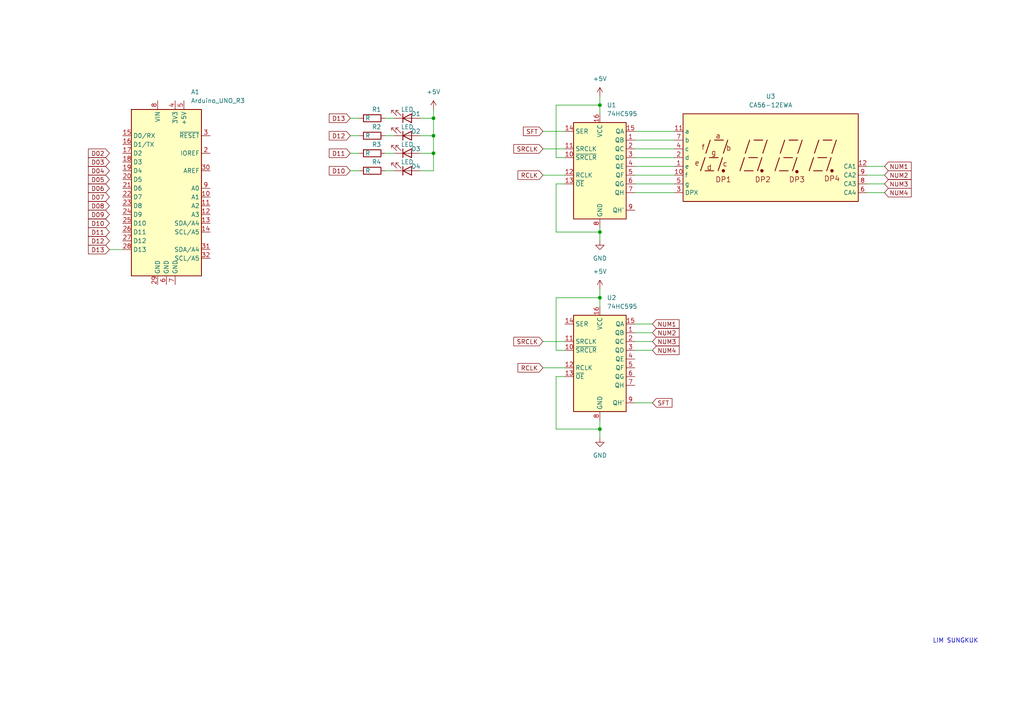
<source format=kicad_sch>
(kicad_sch (version 20211123) (generator eeschema)
  (paper "A4")
  (lib_symbols
    (symbol "74xx:74HC595"
      (property "Reference" "U" (at -7.62 13.97 0))
      (property "Value" "74HC595" (at -7.62 -16.51 0))
      (symbol "74HC595_1_0"
        (pin tri_state line (at 10.16 7.62 180) (length 2.54) (name "QB") (number "1"))
        (pin input line (at -10.16 2.54 0) (length 2.54) (name "~{SRCLR}") (number "10"))
        (pin input line (at -10.16 5.08 0) (length 2.54) (name "SRCLK") (number "11"))
        (pin input line (at -10.16 -2.54 0) (length 2.54) (name "RCLK") (number "12"))
        (pin input line (at -10.16 -5.08 0) (length 2.54) (name "~{OE}") (number "13"))
        (pin input line (at -10.16 10.16 0) (length 2.54) (name "SER") (number "14"))
        (pin tri_state line (at 10.16 10.16 180) (length 2.54) (name "QA") (number "15"))
        (pin power_in line (at 0 15.24 270) (length 2.54) (name "VCC") (number "16"))
        (pin tri_state line (at 10.16 5.08 180) (length 2.54) (name "QC") (number "2"))
        (pin tri_state line (at 10.16 2.54 180) (length 2.54) (name "QD") (number "3"))
        (pin tri_state line (at 10.16 0 180) (length 2.54) (name "QE") (number "4"))
        (pin tri_state line (at 10.16 -2.54 180) (length 2.54) (name "QF") (number "5"))
        (pin tri_state line (at 10.16 -5.08 180) (length 2.54) (name "QG") (number "6"))
        (pin tri_state line (at 10.16 -7.62 180) (length 2.54) (name "QH") (number "7"))
        (pin power_in line (at 0 -17.78 90) (length 2.54) (name "GND") (number "8"))
        (pin output line (at 10.16 -12.7 180) (length 2.54) (name "QH'") (number "9"))
      )
      (symbol "74HC595_1_1"
        (rectangle (start -7.62 12.7) (end 7.62 -15.24) (stroke (width 0.254)) (fill (type background)))
      )
    )
    (symbol "Device:LED" (pin_numbers hide) (pin_names (offset 1.016) hide)
      (property "Reference" "D" (at 0 2.54 0))
      (property "Value" "LED" (at 0 -2.54 0))
      (symbol "LED_0_1"
        (polyline (pts (xy -1.27 -1.27) (xy -1.27 1.27)) (stroke (width 0.254)))
        (polyline (pts (xy -1.27 0) (xy 1.27 0)))
        (polyline (pts (xy 1.27 -1.27) (xy 1.27 1.27) (xy -1.27 0) (xy 1.27 -1.27)) (stroke (width 0.254)))
        (polyline (pts (xy -3.048 -0.762) (xy -4.572 -2.286) (xy -3.81 -2.286) (xy -4.572 -2.286) (xy -4.572 -1.524)))
        (polyline (pts (xy -1.778 -0.762) (xy -3.302 -2.286) (xy -2.54 -2.286) (xy -3.302 -2.286) (xy -3.302 -1.524)))
      )
      (symbol "LED_1_1"
        (pin passive line (at -3.81 0 0) (length 2.54) (name "K") (number "1"))
        (pin passive line (at 3.81 0 180) (length 2.54) (name "A") (number "2"))
      )
    )
    (symbol "Device:R" (pin_numbers hide) (pin_names (offset 0))
      (property "Reference" "R" (at 2.032 0 90))
      (property "Value" "R" (at 0 0 90))
      (symbol "R_0_1"
        (rectangle (start -1.016 -2.54) (end 1.016 2.54) (stroke (width 0.254)))
      )
      (symbol "R_1_1"
        (pin passive line (at 0 3.81 270) (length 1.27) (name "~") (number "1"))
        (pin passive line (at 0 -3.81 90) (length 1.27) (name "~") (number "2"))
      )
    )
    (symbol "Display_Character:CA56-12EWA"
      (property "Reference" "U" (at -24.13 13.97 0))
      (property "Value" "CA56-12EWA" (at 19.05 13.97 0))
      (symbol "CA56-12EWA_0_0"
        (rectangle (start -25.4 12.7) (end 25.4 -12.7) (stroke (width 0.254)) (fill (type background)))
        (polyline (pts (xy -20.32 -3.81) (xy -19.05 0)) (stroke (width 0.254)))
        (polyline (pts (xy -19.05 -3.81) (xy -16.51 -3.81)) (stroke (width 0.254)))
        (polyline (pts (xy -18.796 1.27) (xy -17.526 5.08)) (stroke (width 0.254)))
        (polyline (pts (xy -17.78 0) (xy -15.24 0)) (stroke (width 0.254)))
        (polyline (pts (xy -16.256 5.08) (xy -13.716 5.08)) (stroke (width 0.254)))
        (polyline (pts (xy -15.24 -3.81) (xy -13.97 0)) (stroke (width 0.254)))
        (polyline (pts (xy -13.716 1.27) (xy -12.446 5.08)) (stroke (width 0.254)))
        (polyline (pts (xy -8.89 -3.81) (xy -7.62 0)) (stroke (width 0.254)))
        (polyline (pts (xy -7.62 -3.81) (xy -5.08 -3.81)) (stroke (width 0.254)))
        (polyline (pts (xy -7.366 1.27) (xy -6.096 5.08)) (stroke (width 0.254)))
        (polyline (pts (xy -6.35 0) (xy -3.81 0)) (stroke (width 0.254)))
        (polyline (pts (xy -4.826 5.08) (xy -2.286 5.08)) (stroke (width 0.254)))
        (polyline (pts (xy -3.81 -3.81) (xy -2.54 0)) (stroke (width 0.254)))
        (polyline (pts (xy -2.286 1.27) (xy -1.016 5.08)) (stroke (width 0.254)))
        (polyline (pts (xy 1.27 -3.81) (xy 2.54 0)) (stroke (width 0.254)))
        (polyline (pts (xy 2.54 -3.81) (xy 5.08 -3.81)) (stroke (width 0.254)))
        (polyline (pts (xy 2.794 1.27) (xy 4.064 5.08)) (stroke (width 0.254)))
        (polyline (pts (xy 3.81 0) (xy 6.35 0)) (stroke (width 0.254)))
        (polyline (pts (xy 5.334 5.08) (xy 7.874 5.08)) (stroke (width 0.254)))
        (polyline (pts (xy 6.35 -3.81) (xy 7.62 0)) (stroke (width 0.254)))
        (polyline (pts (xy 7.874 1.27) (xy 9.144 5.08)) (stroke (width 0.254)))
        (polyline (pts (xy 11.176 -3.81) (xy 12.446 0)) (stroke (width 0.254)))
        (polyline (pts (xy 12.446 -3.81) (xy 14.986 -3.81)) (stroke (width 0.254)))
        (polyline (pts (xy 12.7 1.27) (xy 13.97 5.08)) (stroke (width 0.254)))
        (polyline (pts (xy 13.716 0) (xy 16.256 0)) (stroke (width 0.254)))
        (polyline (pts (xy 15.24 5.08) (xy 17.78 5.08)) (stroke (width 0.254)))
        (polyline (pts (xy 16.256 -3.81) (xy 17.526 0)) (stroke (width 0.254)))
        (polyline (pts (xy 17.78 1.27) (xy 19.05 5.08)) (stroke (width 0.254)))
        (text "a" (at -15.24 6.35 0) (effects (font (size 1.524 1.524))))
        (text "b" (at -12.192 2.794 0) (effects (font (size 1.524 1.524))))
        (text "c" (at -13.208 -1.778 0) (effects (font (size 1.524 1.524))))
        (text "d" (at -17.78 -2.794 0) (effects (font (size 1.524 1.524))))
        (text "DP1" (at -13.716 -6.35 0) (effects (font (size 1.524 1.524))))
        (text "DP2" (at -2.286 -6.35 0) (effects (font (size 1.524 1.524))))
        (text "DP3" (at 7.62 -6.35 0) (effects (font (size 1.524 1.524))))
        (text "DP4" (at 17.78 -6.096 0) (effects (font (size 1.524 1.524))))
        (text "e" (at -21.336 -1.524 0) (effects (font (size 1.524 1.524))))
        (text "f" (at -19.558 3.048 0) (effects (font (size 1.524 1.524))))
        (text "g" (at -16.51 1.524 0) (effects (font (size 1.524 1.524))))
      )
      (symbol "CA56-12EWA_0_1"
        (circle (center -13.716 -3.81) (radius 0.3556) (stroke (width 0.254)) (fill (type outline)))
        (circle (center -2.54 -3.81) (radius 0.3556) (stroke (width 0.254)) (fill (type outline)))
      )
      (symbol "CA56-12EWA_1_0"
        (circle (center 7.62 -4.064) (radius 0.3556) (stroke (width 0.254)) (fill (type outline)))
        (circle (center 17.78 -3.81) (radius 0.3556) (stroke (width 0.254)) (fill (type outline)))
      )
      (symbol "CA56-12EWA_1_1"
        (pin input line (at -27.94 -2.54 0) (length 2.54) (name "e") (number "1"))
        (pin input line (at -27.94 -5.08 0) (length 2.54) (name "f") (number "10"))
        (pin input line (at -27.94 7.62 0) (length 2.54) (name "a") (number "11"))
        (pin input line (at 27.94 -2.54 180) (length 2.54) (name "CA1") (number "12"))
        (pin input line (at -27.94 0 0) (length 2.54) (name "d") (number "2"))
        (pin input line (at -27.94 -10.16 0) (length 2.54) (name "DPX") (number "3"))
        (pin input line (at -27.94 2.54 0) (length 2.54) (name "c") (number "4"))
        (pin input line (at -27.94 -7.62 0) (length 2.54) (name "g") (number "5"))
        (pin input line (at 27.94 -10.16 180) (length 2.54) (name "CA4") (number "6"))
        (pin input line (at -27.94 5.08 0) (length 2.54) (name "b") (number "7"))
        (pin input line (at 27.94 -7.62 180) (length 2.54) (name "CA3") (number "8"))
        (pin input line (at 27.94 -5.08 180) (length 2.54) (name "CA2") (number "9"))
      )
    )
    (symbol "MCU_Module:Arduino_UNO_R3"
      (property "Reference" "A" (at -10.16 23.495 0))
      (property "Value" "Arduino_UNO_R3" (at 5.08 -26.67 0))
      (symbol "Arduino_UNO_R3_0_1"
        (rectangle (start -10.16 22.86) (end 10.16 -25.4) (stroke (width 0.254)) (fill (type background)))
      )
      (symbol "Arduino_UNO_R3_1_1"
        (pin no_connect line (at -10.16 -20.32 0) (length 2.54) hide (name "NC") (number "1"))
        (pin bidirectional line (at 12.7 -2.54 180) (length 2.54) (name "A1") (number "10"))
        (pin bidirectional line (at 12.7 -5.08 180) (length 2.54) (name "A2") (number "11"))
        (pin bidirectional line (at 12.7 -7.62 180) (length 2.54) (name "A3") (number "12"))
        (pin bidirectional line (at 12.7 -10.16 180) (length 2.54) (name "SDA/A4") (number "13"))
        (pin bidirectional line (at 12.7 -12.7 180) (length 2.54) (name "SCL/A5") (number "14"))
        (pin bidirectional line (at -12.7 15.24 0) (length 2.54) (name "D0/RX") (number "15"))
        (pin bidirectional line (at -12.7 12.7 0) (length 2.54) (name "D1/TX") (number "16"))
        (pin bidirectional line (at -12.7 10.16 0) (length 2.54) (name "D2") (number "17"))
        (pin bidirectional line (at -12.7 7.62 0) (length 2.54) (name "D3") (number "18"))
        (pin bidirectional line (at -12.7 5.08 0) (length 2.54) (name "D4") (number "19"))
        (pin output line (at 12.7 10.16 180) (length 2.54) (name "IOREF") (number "2"))
        (pin bidirectional line (at -12.7 2.54 0) (length 2.54) (name "D5") (number "20"))
        (pin bidirectional line (at -12.7 0 0) (length 2.54) (name "D6") (number "21"))
        (pin bidirectional line (at -12.7 -2.54 0) (length 2.54) (name "D7") (number "22"))
        (pin bidirectional line (at -12.7 -5.08 0) (length 2.54) (name "D8") (number "23"))
        (pin bidirectional line (at -12.7 -7.62 0) (length 2.54) (name "D9") (number "24"))
        (pin bidirectional line (at -12.7 -10.16 0) (length 2.54) (name "D10") (number "25"))
        (pin bidirectional line (at -12.7 -12.7 0) (length 2.54) (name "D11") (number "26"))
        (pin bidirectional line (at -12.7 -15.24 0) (length 2.54) (name "D12") (number "27"))
        (pin bidirectional line (at -12.7 -17.78 0) (length 2.54) (name "D13") (number "28"))
        (pin power_in line (at -2.54 -27.94 90) (length 2.54) (name "GND") (number "29"))
        (pin input line (at 12.7 15.24 180) (length 2.54) (name "~{RESET}") (number "3"))
        (pin input line (at 12.7 5.08 180) (length 2.54) (name "AREF") (number "30"))
        (pin bidirectional line (at 12.7 -17.78 180) (length 2.54) (name "SDA/A4") (number "31"))
        (pin bidirectional line (at 12.7 -20.32 180) (length 2.54) (name "SCL/A5") (number "32"))
        (pin power_out line (at 2.54 25.4 270) (length 2.54) (name "3V3") (number "4"))
        (pin power_out line (at 5.08 25.4 270) (length 2.54) (name "+5V") (number "5"))
        (pin power_in line (at 0 -27.94 90) (length 2.54) (name "GND") (number "6"))
        (pin power_in line (at 2.54 -27.94 90) (length 2.54) (name "GND") (number "7"))
        (pin power_in line (at -2.54 25.4 270) (length 2.54) (name "VIN") (number "8"))
        (pin bidirectional line (at 12.7 0 180) (length 2.54) (name "A0") (number "9"))
      )
    )
    (symbol "power:+5V" (power) (pin_names (offset 0))
      (property "Value" "+5V" (at 0 3.556 0))
      (symbol "+5V_0_1"
        (polyline (pts (xy -0.762 1.27) (xy 0 2.54)))
        (polyline (pts (xy 0 0) (xy 0 2.54)))
        (polyline (pts (xy 0 2.54) (xy 0.762 1.27)))
      )
      (symbol "+5V_1_1"
        (pin power_in line (at 0 0 90) (length 0) hide (name "+5V") (number "1"))
      )
    )
    (symbol "power:GND" (power) (pin_names (offset 0))
      (property "Value" "GND" (at 0 -3.81 0))
      (symbol "GND_0_1"
        (polyline (pts (xy 0 0) (xy 0 -1.27) (xy 1.27 -1.27) (xy 0 -2.54) (xy -1.27 -1.27) (xy 0 -1.27)))
      )
      (symbol "GND_1_1"
        (pin power_in line (at 0 0 270) (length 0) hide (name "GND") (number "1"))
      )
    )
  )
  (junction (at 173.99 67.31))
  (junction (at 125.73 44.45))
  (junction (at 173.99 30.48))
  (junction (at 125.73 34.29))
  (junction (at 173.99 124.46))
  (junction (at 125.73 39.37))
  (junction (at 173.99 86.36))
  (wire (pts (xy 111.76 39.37) (xy 114.3 39.37)))
  (wire (pts (xy 251.46 55.88) (xy 256.54 55.88)))
  (wire (pts (xy 173.99 86.36) (xy 173.99 88.9)))
  (wire (pts (xy 184.15 43.18) (xy 195.58 43.18)))
  (wire (pts (xy 111.76 49.53) (xy 114.3 49.53)))
  (wire (pts (xy 173.99 67.31) (xy 173.99 69.85)))
  (wire (pts (xy 125.73 44.45) (xy 125.73 39.37)))
  (wire (pts (xy 101.6 49.53) (xy 104.14 49.53)))
  (wire (pts (xy 163.83 45.72) (xy 161.29 45.72)))
  (wire (pts (xy 251.46 50.8) (xy 256.54 50.8)))
  (wire (pts (xy 161.29 86.36) (xy 173.99 86.36)))
  (wire (pts (xy 157.48 99.06) (xy 163.83 99.06)))
  (wire (pts (xy 125.73 49.53) (xy 125.73 44.45)))
  (wire (pts (xy 163.83 109.22) (xy 161.29 109.22)))
  (wire (pts (xy 163.83 101.6) (xy 161.29 101.6)))
  (wire (pts (xy 184.15 55.88) (xy 195.58 55.88)))
  (wire (pts (xy 161.29 67.31) (xy 173.99 67.31)))
  (wire (pts (xy 173.99 30.48) (xy 173.99 33.02)))
  (wire (pts (xy 184.15 99.06) (xy 189.23 99.06)))
  (wire (pts (xy 184.15 48.26) (xy 195.58 48.26)))
  (wire (pts (xy 125.73 34.29) (xy 125.73 31.75)))
  (wire (pts (xy 163.83 53.34) (xy 161.29 53.34)))
  (wire (pts (xy 184.15 38.1) (xy 195.58 38.1)))
  (wire (pts (xy 161.29 109.22) (xy 161.29 124.46)))
  (wire (pts (xy 161.29 101.6) (xy 161.29 86.36)))
  (wire (pts (xy 125.73 39.37) (xy 125.73 34.29)))
  (wire (pts (xy 184.15 53.34) (xy 195.58 53.34)))
  (wire (pts (xy 31.75 72.39) (xy 35.56 72.39)))
  (wire (pts (xy 184.15 101.6) (xy 189.23 101.6)))
  (wire (pts (xy 101.6 34.29) (xy 104.14 34.29)))
  (wire (pts (xy 184.15 45.72) (xy 195.58 45.72)))
  (wire (pts (xy 184.15 96.52) (xy 189.23 96.52)))
  (wire (pts (xy 161.29 53.34) (xy 161.29 67.31)))
  (wire (pts (xy 173.99 27.94) (xy 173.99 30.48)))
  (wire (pts (xy 251.46 48.26) (xy 256.54 48.26)))
  (wire (pts (xy 101.6 44.45) (xy 104.14 44.45)))
  (wire (pts (xy 173.99 121.92) (xy 173.99 124.46)))
  (wire (pts (xy 121.92 39.37) (xy 125.73 39.37)))
  (wire (pts (xy 157.48 50.8) (xy 163.83 50.8)))
  (wire (pts (xy 111.76 44.45) (xy 114.3 44.45)))
  (wire (pts (xy 157.48 43.18) (xy 163.83 43.18)))
  (wire (pts (xy 157.48 38.1) (xy 163.83 38.1)))
  (wire (pts (xy 173.99 83.82) (xy 173.99 86.36)))
  (wire (pts (xy 121.92 44.45) (xy 125.73 44.45)))
  (wire (pts (xy 161.29 124.46) (xy 173.99 124.46)))
  (wire (pts (xy 184.15 93.98) (xy 189.23 93.98)))
  (wire (pts (xy 157.48 106.68) (xy 163.83 106.68)))
  (wire (pts (xy 161.29 45.72) (xy 161.29 30.48)))
  (wire (pts (xy 173.99 124.46) (xy 173.99 127)))
  (wire (pts (xy 184.15 40.64) (xy 195.58 40.64)))
  (wire (pts (xy 111.76 34.29) (xy 114.3 34.29)))
  (wire (pts (xy 184.15 116.84) (xy 189.23 116.84)))
  (wire (pts (xy 121.92 49.53) (xy 125.73 49.53)))
  (wire (pts (xy 251.46 53.34) (xy 256.54 53.34)))
  (wire (pts (xy 173.99 67.31) (xy 173.99 66.04)))
  (wire (pts (xy 121.92 34.29) (xy 125.73 34.29)))
  (wire (pts (xy 161.29 30.48) (xy 173.99 30.48)))
  (wire (pts (xy 101.6 39.37) (xy 104.14 39.37)))
  (wire (pts (xy 184.15 50.8) (xy 195.58 50.8)))
  (text "LIM SUNGKUK" (at 270.51 186.69 0) (effects (font (size 1.27 1.27)) (justify left bottom)))
  (global_label "D13" (shape input) (at 101.6 34.29 180) (property "Intersheet References" "${INTERSHEET_REFS}" (effects hide)))
  (global_label "SFT" (shape input) (at 189.23 116.84 0) (property "Intersheet References" "${INTERSHEET_REFS}" (effects hide)))
  (global_label "D11" (shape input) (at 101.6 44.45 180) (property "Intersheet References" "${INTERSHEET_REFS}" (effects hide)))
  (global_label "NUM2" (shape input) (at 189.23 96.52 0) (property "Intersheet References" "${INTERSHEET_REFS}" (effects hide)))
  (global_label "NUM1" (shape input) (at 256.54 48.26 0) (property "Intersheet References" "${INTERSHEET_REFS}" (effects hide)))
  (global_label "RCLK" (shape input) (at 157.48 106.68 180) (property "Intersheet References" "${INTERSHEET_REFS}" (effects hide)))
  (global_label "NUM3" (shape input) (at 189.23 99.06 0) (property "Intersheet References" "${INTERSHEET_REFS}" (effects hide)))
  (global_label "RCLK" (shape input) (at 157.48 50.8 180) (property "Intersheet References" "${INTERSHEET_REFS}" (effects hide)))
  (global_label "D10" (shape input) (at 31.75 64.77 180) (property "Intersheet References" "${INTERSHEET_REFS}" (effects hide)))
  (global_label "D03" (shape input) (at 31.75 46.99 180) (property "Intersheet References" "${INTERSHEET_REFS}" (effects hide)))
  (global_label "SFT" (shape input) (at 157.48 38.1 180) (property "Intersheet References" "${INTERSHEET_REFS}" (effects hide)))
  (global_label "NUM3" (shape input) (at 256.54 53.34 0) (property "Intersheet References" "${INTERSHEET_REFS}" (effects hide)))
  (global_label "SRCLK" (shape input) (at 157.48 43.18 180) (property "Intersheet References" "${INTERSHEET_REFS}" (effects hide)))
  (global_label "SRCLK" (shape input) (at 157.48 99.06 180) (property "Intersheet References" "${INTERSHEET_REFS}" (effects hide)))
  (global_label "D06" (shape input) (at 31.75 54.61 180) (property "Intersheet References" "${INTERSHEET_REFS}" (effects hide)))
  (global_label "D10" (shape input) (at 101.6 49.53 180) (property "Intersheet References" "${INTERSHEET_REFS}" (effects hide)))
  (global_label "D09" (shape input) (at 31.75 62.23 180) (property "Intersheet References" "${INTERSHEET_REFS}" (effects hide)))
  (global_label "NUM2" (shape input) (at 256.54 50.8 0) (property "Intersheet References" "${INTERSHEET_REFS}" (effects hide)))
  (global_label "NUM1" (shape input) (at 189.23 93.98 0) (property "Intersheet References" "${INTERSHEET_REFS}" (effects hide)))
  (global_label "D12" (shape input) (at 101.6 39.37 180) (property "Intersheet References" "${INTERSHEET_REFS}" (effects hide)))
  (global_label "D12" (shape input) (at 31.75 69.85 180) (property "Intersheet References" "${INTERSHEET_REFS}" (effects hide)))
  (global_label "NUM4" (shape input) (at 256.54 55.88 0) (property "Intersheet References" "${INTERSHEET_REFS}" (effects hide)))
  (global_label "D04" (shape input) (at 31.75 49.53 180) (property "Intersheet References" "${INTERSHEET_REFS}" (effects hide)))
  (global_label "NUM4" (shape input) (at 189.23 101.6 0) (property "Intersheet References" "${INTERSHEET_REFS}" (effects hide)))
  (global_label "D08" (shape input) (at 31.75 59.69 180) (property "Intersheet References" "${INTERSHEET_REFS}" (effects hide)))
  (global_label "D05" (shape input) (at 31.75 52.07 180) (property "Intersheet References" "${INTERSHEET_REFS}" (effects hide)))
  (global_label "D11" (shape input) (at 31.75 67.31 180) (property "Intersheet References" "${INTERSHEET_REFS}" (effects hide)))
  (global_label "D02" (shape input) (at 31.75 44.45 180) (property "Intersheet References" "${INTERSHEET_REFS}" (effects hide)))
  (global_label "D13" (shape input) (at 31.75 72.39 180) (property "Intersheet References" "${INTERSHEET_REFS}" (effects hide)))
  (global_label "D07" (shape input) (at 31.75 57.15 180) (property "Intersheet References" "${INTERSHEET_REFS}" (effects hide)))
  (symbol (lib_id "Device:LED") (at 118.11 39.37 0) (mirror x) (unit 1)
    (property "Reference" "D2" (at 120.65 38.1 0))
    (property "Value" "LED" (at 118.11 36.83 0))
  )
  (symbol (lib_id "Device:LED") (at 118.11 49.53 0) (mirror x) (unit 1)
    (property "Reference" "D4" (at 120.65 48.26 0))
    (property "Value" "LED" (at 118.11 46.99 0))
  )
  (symbol (lib_id "power:+5V") (at 125.73 31.75 0) (unit 1)
    (property "Reference" "#PWR0105" (effects hide))
    (property "Value" "+5V" (at 125.73 26.67 0))
  )
  (symbol (lib_id "power:+5V") (at 173.99 27.94 0) (unit 1)
    (property "Reference" "#PWR0103" (effects hide))
    (property "Value" "+5V" (at 173.99 22.86 0))
  )
  (symbol (lib_id "Device:LED") (at 118.11 34.29 0) (mirror x) (unit 1)
    (property "Reference" "D1" (at 120.65 33.02 0))
    (property "Value" "LED" (at 118.11 31.75 0))
  )
  (symbol (lib_id "Display_Character:CA56-12EWA") (at 223.52 45.72 0) (unit 1)
    (property "Reference" "U3" (at 223.52 27.94 0))
    (property "Value" "CA56-12EWA" (at 223.52 30.48 0))
    (property "Footprint" "Display_7Segment:CA56-12EWA" (effects hide))
    (property "Datasheet" "http://www.kingbrightusa.com/images/catalog/SPEC/CA56-12EWA.pdf" (effects hide))
  )
  (symbol (lib_id "power:+5V") (at 173.99 83.82 0) (unit 1)
    (property "Reference" "#PWR0102" (effects hide))
    (property "Value" "+5V" (at 173.99 78.74 0))
  )
  (symbol (lib_id "Device:R") (at 107.95 49.53 90) (unit 1)
    (property "Reference" "R4" (at 109.22 46.99 90))
    (property "Value" "R" (at 106.68 49.53 90))
  )
  (symbol (lib_id "Device:LED") (at 118.11 44.45 0) (mirror x) (unit 1)
    (property "Reference" "D3" (at 120.65 43.18 0))
    (property "Value" "LED" (at 118.11 41.91 0))
  )
  (symbol (lib_id "Device:R") (at 107.95 44.45 90) (unit 1)
    (property "Reference" "R3" (at 109.22 41.91 90))
    (property "Value" "R" (at 106.68 44.45 90))
  )
  (symbol (lib_id "74xx:74HC595") (at 173.99 48.26 0) (unit 1)
    (property "Reference" "U1" (at 176.0094 30.48 0) (effects (justify left)))
    (property "Value" "74HC595" (at 176.0094 33.02 0) (effects (justify left)))
    (property "Datasheet" "http://www.ti.com/lit/ds/symlink/sn74hc595.pdf" (effects hide))
  )
  (symbol (lib_id "Device:R") (at 107.95 39.37 90) (unit 1)
    (property "Reference" "R2" (at 109.22 36.83 90))
    (property "Value" "R" (at 106.68 39.37 90))
  )
  (symbol (lib_id "MCU_Module:Arduino_UNO_R3") (at 48.26 54.61 0) (unit 1)
    (property "Reference" "A1" (at 55.3594 26.67 0) (effects (justify left)))
    (property "Value" "Arduino_UNO_R3" (at 55.3594 29.21 0) (effects (justify left)))
    (property "Footprint" "Module:Arduino_UNO_R3" (effects hide))
    (property "Datasheet" "https://www.arduino.cc/en/Main/arduinoBoardUno" (effects hide))
  )
  (symbol (lib_id "Device:R") (at 107.95 34.29 90) (unit 1)
    (property "Reference" "R1" (at 109.22 31.75 90))
    (property "Value" "R" (at 106.68 34.29 90))
  )
  (symbol (lib_id "power:GND") (at 173.99 127 0) (unit 1)
    (property "Reference" "#PWR0104" (effects hide))
    (property "Value" "GND" (at 173.99 132.08 0))
  )
  (symbol (lib_id "power:GND") (at 173.99 69.85 0) (unit 1)
    (property "Reference" "#PWR0101" (effects hide))
    (property "Value" "GND" (at 173.99 74.93 0))
  )
  (symbol (lib_id "74xx:74HC595") (at 173.99 104.14 0) (unit 1)
    (property "Reference" "U2" (at 176.0094 86.36 0) (effects (justify left)))
    (property "Value" "74HC595" (at 176.0094 88.9 0) (effects (justify left)))
    (property "Datasheet" "http://www.ti.com/lit/ds/symlink/sn74hc595.pdf" (effects hide))
  )
)
</source>
